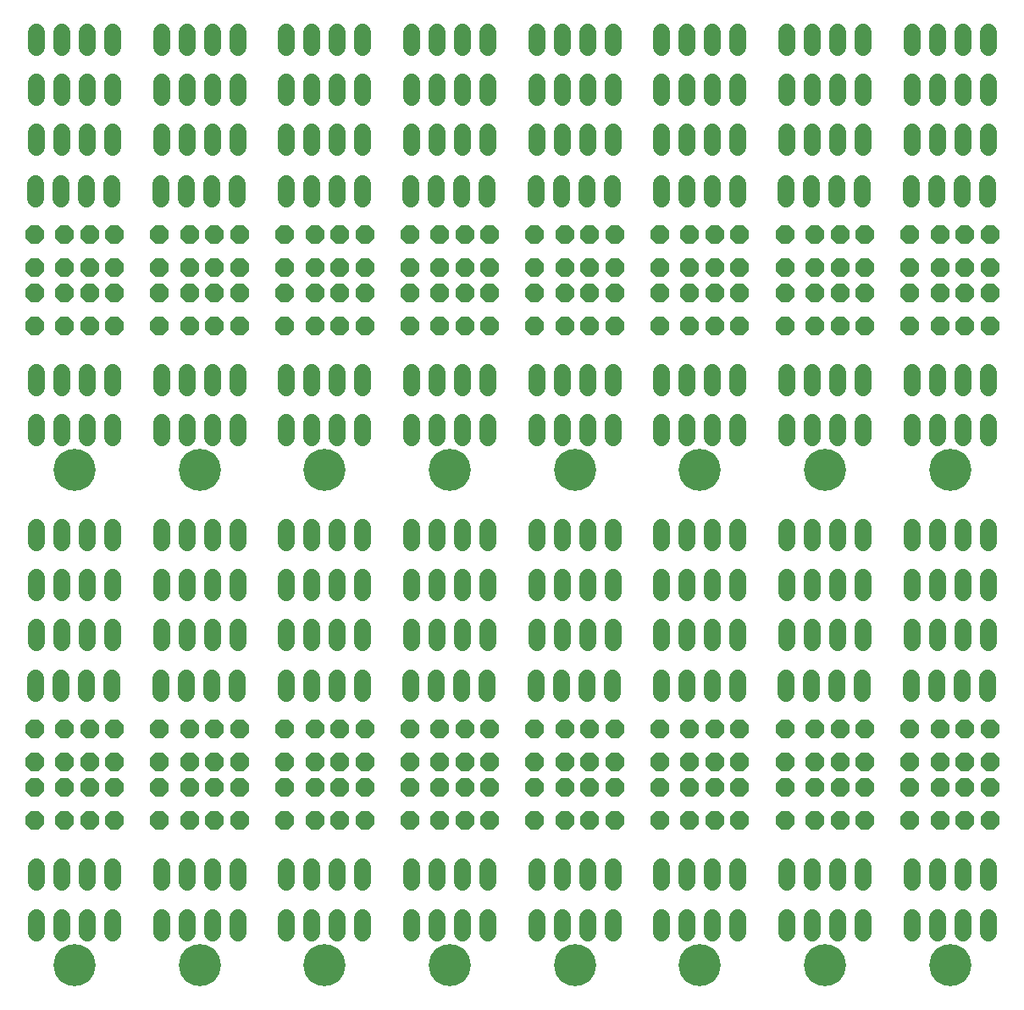
<source format=gts>
G75*
%MOIN*%
%OFA0B0*%
%FSLAX25Y25*%
%IPPOS*%
%LPD*%
%AMOC8*
5,1,8,0,0,1.08239X$1,22.5*
%
%ADD10C,0.16548*%
%ADD11OC8,0.07400*%
%ADD12C,0.06800*%
D10*
X0025122Y0015280D03*
X0074335Y0015280D03*
X0123547Y0015280D03*
X0172760Y0015280D03*
X0221972Y0015280D03*
X0271185Y0015280D03*
X0320398Y0015280D03*
X0369610Y0015280D03*
X0369610Y0210161D03*
X0320398Y0210161D03*
X0271185Y0210161D03*
X0221972Y0210161D03*
X0172760Y0210161D03*
X0123547Y0210161D03*
X0074335Y0210161D03*
X0025122Y0210161D03*
D11*
X0021185Y0266965D03*
X0031028Y0266965D03*
X0040870Y0266965D03*
X0040870Y0279965D03*
X0040870Y0289965D03*
X0031028Y0289965D03*
X0021185Y0289965D03*
X0021185Y0279965D03*
X0031028Y0279965D03*
X0009374Y0279965D03*
X0009374Y0289965D03*
X0009374Y0302965D03*
X0021185Y0302965D03*
X0031028Y0302965D03*
X0040870Y0302965D03*
X0058587Y0302965D03*
X0070398Y0302965D03*
X0080240Y0302965D03*
X0090083Y0302965D03*
X0090083Y0289965D03*
X0080240Y0289965D03*
X0080240Y0279965D03*
X0090083Y0279965D03*
X0090083Y0266965D03*
X0080240Y0266965D03*
X0070398Y0266965D03*
X0058587Y0266965D03*
X0058587Y0279965D03*
X0058587Y0289965D03*
X0070398Y0289965D03*
X0070398Y0279965D03*
X0107799Y0279965D03*
X0107799Y0289965D03*
X0119610Y0289965D03*
X0129453Y0289965D03*
X0129453Y0279965D03*
X0119610Y0279965D03*
X0119610Y0266965D03*
X0129453Y0266965D03*
X0139295Y0266965D03*
X0139295Y0279965D03*
X0139295Y0289965D03*
X0139295Y0302965D03*
X0129453Y0302965D03*
X0119610Y0302965D03*
X0107799Y0302965D03*
X0107799Y0266965D03*
X0157012Y0266965D03*
X0168823Y0266965D03*
X0178665Y0266965D03*
X0188508Y0266965D03*
X0188508Y0279965D03*
X0178665Y0279965D03*
X0178665Y0289965D03*
X0188508Y0289965D03*
X0188508Y0302965D03*
X0178665Y0302965D03*
X0168823Y0302965D03*
X0157012Y0302965D03*
X0157012Y0289965D03*
X0157012Y0279965D03*
X0168823Y0279965D03*
X0168823Y0289965D03*
X0206224Y0289965D03*
X0206224Y0279965D03*
X0218035Y0279965D03*
X0218035Y0289965D03*
X0227878Y0289965D03*
X0237720Y0289965D03*
X0237720Y0279965D03*
X0227878Y0279965D03*
X0227878Y0266965D03*
X0237720Y0266965D03*
X0255437Y0266965D03*
X0267248Y0266965D03*
X0277091Y0266965D03*
X0286933Y0266965D03*
X0286933Y0279965D03*
X0286933Y0289965D03*
X0277091Y0289965D03*
X0267248Y0289965D03*
X0267248Y0279965D03*
X0277091Y0279965D03*
X0255437Y0279965D03*
X0255437Y0289965D03*
X0255437Y0302965D03*
X0267248Y0302965D03*
X0277091Y0302965D03*
X0286933Y0302965D03*
X0304650Y0302965D03*
X0316461Y0302965D03*
X0326303Y0302965D03*
X0336146Y0302965D03*
X0336146Y0289965D03*
X0326303Y0289965D03*
X0326303Y0279965D03*
X0336146Y0279965D03*
X0336146Y0266965D03*
X0326303Y0266965D03*
X0316461Y0266965D03*
X0304650Y0266965D03*
X0304650Y0279965D03*
X0304650Y0289965D03*
X0316461Y0289965D03*
X0316461Y0279965D03*
X0353862Y0279965D03*
X0353862Y0289965D03*
X0365673Y0289965D03*
X0375516Y0289965D03*
X0375516Y0279965D03*
X0365673Y0279965D03*
X0365673Y0266965D03*
X0375516Y0266965D03*
X0385358Y0266965D03*
X0385358Y0279965D03*
X0385358Y0289965D03*
X0385358Y0302965D03*
X0375516Y0302965D03*
X0365673Y0302965D03*
X0353862Y0302965D03*
X0353862Y0266965D03*
X0237720Y0302965D03*
X0227878Y0302965D03*
X0218035Y0302965D03*
X0206224Y0302965D03*
X0206224Y0266965D03*
X0218035Y0266965D03*
X0218035Y0108083D03*
X0227878Y0108083D03*
X0237720Y0108083D03*
X0237720Y0095083D03*
X0227878Y0095083D03*
X0218035Y0095083D03*
X0218035Y0085083D03*
X0227878Y0085083D03*
X0237720Y0085083D03*
X0237720Y0072083D03*
X0227878Y0072083D03*
X0218035Y0072083D03*
X0206224Y0072083D03*
X0206224Y0085083D03*
X0206224Y0095083D03*
X0206224Y0108083D03*
X0188508Y0108083D03*
X0178665Y0108083D03*
X0168823Y0108083D03*
X0157012Y0108083D03*
X0157012Y0095083D03*
X0157012Y0085083D03*
X0168823Y0085083D03*
X0178665Y0085083D03*
X0188508Y0085083D03*
X0188508Y0095083D03*
X0178665Y0095083D03*
X0168823Y0095083D03*
X0168823Y0072083D03*
X0178665Y0072083D03*
X0188508Y0072083D03*
X0157012Y0072083D03*
X0139295Y0072083D03*
X0129453Y0072083D03*
X0119610Y0072083D03*
X0107799Y0072083D03*
X0107799Y0085083D03*
X0107799Y0095083D03*
X0119610Y0095083D03*
X0129453Y0095083D03*
X0139295Y0095083D03*
X0139295Y0085083D03*
X0129453Y0085083D03*
X0119610Y0085083D03*
X0119610Y0108083D03*
X0129453Y0108083D03*
X0139295Y0108083D03*
X0107799Y0108083D03*
X0090083Y0108083D03*
X0080240Y0108083D03*
X0070398Y0108083D03*
X0058587Y0108083D03*
X0058587Y0095083D03*
X0058587Y0085083D03*
X0070398Y0085083D03*
X0080240Y0085083D03*
X0090083Y0085083D03*
X0090083Y0095083D03*
X0080240Y0095083D03*
X0070398Y0095083D03*
X0070398Y0072083D03*
X0080240Y0072083D03*
X0090083Y0072083D03*
X0058587Y0072083D03*
X0040870Y0072083D03*
X0031028Y0072083D03*
X0021185Y0072083D03*
X0009374Y0072083D03*
X0009374Y0085083D03*
X0009374Y0095083D03*
X0021185Y0095083D03*
X0031028Y0095083D03*
X0040870Y0095083D03*
X0040870Y0085083D03*
X0031028Y0085083D03*
X0021185Y0085083D03*
X0021185Y0108083D03*
X0031028Y0108083D03*
X0040870Y0108083D03*
X0009374Y0108083D03*
X0009374Y0266965D03*
X0255437Y0108083D03*
X0267248Y0108083D03*
X0277091Y0108083D03*
X0286933Y0108083D03*
X0286933Y0095083D03*
X0277091Y0095083D03*
X0267248Y0095083D03*
X0267248Y0085083D03*
X0277091Y0085083D03*
X0286933Y0085083D03*
X0286933Y0072083D03*
X0277091Y0072083D03*
X0267248Y0072083D03*
X0255437Y0072083D03*
X0255437Y0085083D03*
X0255437Y0095083D03*
X0304650Y0095083D03*
X0304650Y0085083D03*
X0316461Y0085083D03*
X0326303Y0085083D03*
X0336146Y0085083D03*
X0336146Y0095083D03*
X0326303Y0095083D03*
X0316461Y0095083D03*
X0316461Y0108083D03*
X0326303Y0108083D03*
X0336146Y0108083D03*
X0353862Y0108083D03*
X0365673Y0108083D03*
X0375516Y0108083D03*
X0385358Y0108083D03*
X0385358Y0095083D03*
X0375516Y0095083D03*
X0365673Y0095083D03*
X0365673Y0085083D03*
X0375516Y0085083D03*
X0385358Y0085083D03*
X0385358Y0072083D03*
X0375516Y0072083D03*
X0365673Y0072083D03*
X0353862Y0072083D03*
X0353862Y0085083D03*
X0353862Y0095083D03*
X0336146Y0072083D03*
X0326303Y0072083D03*
X0316461Y0072083D03*
X0304650Y0072083D03*
X0304650Y0108083D03*
D12*
X0305201Y0122083D02*
X0305201Y0128083D01*
X0315201Y0128083D02*
X0315201Y0122083D01*
X0325201Y0122083D02*
X0325201Y0128083D01*
X0335201Y0128083D02*
X0335201Y0122083D01*
X0354413Y0122083D02*
X0354413Y0128083D01*
X0364413Y0128083D02*
X0364413Y0122083D01*
X0374413Y0122083D02*
X0374413Y0128083D01*
X0384413Y0128083D02*
X0384413Y0122083D01*
X0384610Y0142201D02*
X0384610Y0148201D01*
X0374610Y0148201D02*
X0374610Y0142201D01*
X0364610Y0142201D02*
X0364610Y0148201D01*
X0354610Y0148201D02*
X0354610Y0142201D01*
X0335398Y0142201D02*
X0335398Y0148201D01*
X0325398Y0148201D02*
X0325398Y0142201D01*
X0315398Y0142201D02*
X0315398Y0148201D01*
X0305398Y0148201D02*
X0305398Y0142201D01*
X0286185Y0142201D02*
X0286185Y0148201D01*
X0276185Y0148201D02*
X0276185Y0142201D01*
X0266185Y0142201D02*
X0266185Y0148201D01*
X0256185Y0148201D02*
X0256185Y0142201D01*
X0255988Y0128083D02*
X0255988Y0122083D01*
X0265988Y0122083D02*
X0265988Y0128083D01*
X0275988Y0128083D02*
X0275988Y0122083D01*
X0285988Y0122083D02*
X0285988Y0128083D01*
X0286185Y0161886D02*
X0286185Y0167886D01*
X0276185Y0167886D02*
X0276185Y0161886D01*
X0266185Y0161886D02*
X0266185Y0167886D01*
X0256185Y0167886D02*
X0256185Y0161886D01*
X0236972Y0161886D02*
X0236972Y0167886D01*
X0226972Y0167886D02*
X0226972Y0161886D01*
X0216972Y0161886D02*
X0216972Y0167886D01*
X0206972Y0167886D02*
X0206972Y0161886D01*
X0206972Y0148201D02*
X0206972Y0142201D01*
X0216972Y0142201D02*
X0216972Y0148201D01*
X0226972Y0148201D02*
X0226972Y0142201D01*
X0236972Y0142201D02*
X0236972Y0148201D01*
X0236776Y0128083D02*
X0236776Y0122083D01*
X0226776Y0122083D02*
X0226776Y0128083D01*
X0216776Y0128083D02*
X0216776Y0122083D01*
X0206776Y0122083D02*
X0206776Y0128083D01*
X0187563Y0128083D02*
X0187563Y0122083D01*
X0177563Y0122083D02*
X0177563Y0128083D01*
X0167563Y0128083D02*
X0167563Y0122083D01*
X0157563Y0122083D02*
X0157563Y0128083D01*
X0157760Y0142201D02*
X0157760Y0148201D01*
X0167760Y0148201D02*
X0167760Y0142201D01*
X0177760Y0142201D02*
X0177760Y0148201D01*
X0187760Y0148201D02*
X0187760Y0142201D01*
X0187760Y0161886D02*
X0187760Y0167886D01*
X0177760Y0167886D02*
X0177760Y0161886D01*
X0167760Y0161886D02*
X0167760Y0167886D01*
X0157760Y0167886D02*
X0157760Y0161886D01*
X0138547Y0161886D02*
X0138547Y0167886D01*
X0128547Y0167886D02*
X0128547Y0161886D01*
X0118547Y0161886D02*
X0118547Y0167886D01*
X0108547Y0167886D02*
X0108547Y0161886D01*
X0108547Y0148201D02*
X0108547Y0142201D01*
X0118547Y0142201D02*
X0118547Y0148201D01*
X0128547Y0148201D02*
X0128547Y0142201D01*
X0138547Y0142201D02*
X0138547Y0148201D01*
X0138350Y0128083D02*
X0138350Y0122083D01*
X0128350Y0122083D02*
X0128350Y0128083D01*
X0118350Y0128083D02*
X0118350Y0122083D01*
X0108350Y0122083D02*
X0108350Y0128083D01*
X0089138Y0128083D02*
X0089138Y0122083D01*
X0079138Y0122083D02*
X0079138Y0128083D01*
X0069138Y0128083D02*
X0069138Y0122083D01*
X0059138Y0122083D02*
X0059138Y0128083D01*
X0059335Y0142201D02*
X0059335Y0148201D01*
X0069335Y0148201D02*
X0069335Y0142201D01*
X0079335Y0142201D02*
X0079335Y0148201D01*
X0089335Y0148201D02*
X0089335Y0142201D01*
X0089335Y0161886D02*
X0089335Y0167886D01*
X0079335Y0167886D02*
X0079335Y0161886D01*
X0069335Y0161886D02*
X0069335Y0167886D01*
X0059335Y0167886D02*
X0059335Y0161886D01*
X0040122Y0161886D02*
X0040122Y0167886D01*
X0030122Y0167886D02*
X0030122Y0161886D01*
X0020122Y0161886D02*
X0020122Y0167886D01*
X0010122Y0167886D02*
X0010122Y0161886D01*
X0010122Y0148201D02*
X0010122Y0142201D01*
X0020122Y0142201D02*
X0020122Y0148201D01*
X0030122Y0148201D02*
X0030122Y0142201D01*
X0040122Y0142201D02*
X0040122Y0148201D01*
X0039925Y0128083D02*
X0039925Y0122083D01*
X0029925Y0122083D02*
X0029925Y0128083D01*
X0019925Y0128083D02*
X0019925Y0122083D01*
X0009925Y0122083D02*
X0009925Y0128083D01*
X0010122Y0181571D02*
X0010122Y0187571D01*
X0020122Y0187571D02*
X0020122Y0181571D01*
X0030122Y0181571D02*
X0030122Y0187571D01*
X0040122Y0187571D02*
X0040122Y0181571D01*
X0059335Y0181571D02*
X0059335Y0187571D01*
X0069335Y0187571D02*
X0069335Y0181571D01*
X0079335Y0181571D02*
X0079335Y0187571D01*
X0089335Y0187571D02*
X0089335Y0181571D01*
X0108547Y0181571D02*
X0108547Y0187571D01*
X0118547Y0187571D02*
X0118547Y0181571D01*
X0128547Y0181571D02*
X0128547Y0187571D01*
X0138547Y0187571D02*
X0138547Y0181571D01*
X0157760Y0181571D02*
X0157760Y0187571D01*
X0167760Y0187571D02*
X0167760Y0181571D01*
X0177760Y0181571D02*
X0177760Y0187571D01*
X0187760Y0187571D02*
X0187760Y0181571D01*
X0206972Y0181571D02*
X0206972Y0187571D01*
X0216972Y0187571D02*
X0216972Y0181571D01*
X0226972Y0181571D02*
X0226972Y0187571D01*
X0236972Y0187571D02*
X0236972Y0181571D01*
X0256185Y0181571D02*
X0256185Y0187571D01*
X0266185Y0187571D02*
X0266185Y0181571D01*
X0276185Y0181571D02*
X0276185Y0187571D01*
X0286185Y0187571D02*
X0286185Y0181571D01*
X0305398Y0181571D02*
X0305398Y0187571D01*
X0315398Y0187571D02*
X0315398Y0181571D01*
X0325398Y0181571D02*
X0325398Y0187571D01*
X0335398Y0187571D02*
X0335398Y0181571D01*
X0335398Y0167886D02*
X0335398Y0161886D01*
X0325398Y0161886D02*
X0325398Y0167886D01*
X0315398Y0167886D02*
X0315398Y0161886D01*
X0305398Y0161886D02*
X0305398Y0167886D01*
X0354610Y0167886D02*
X0354610Y0161886D01*
X0364610Y0161886D02*
X0364610Y0167886D01*
X0374610Y0167886D02*
X0374610Y0161886D01*
X0384610Y0161886D02*
X0384610Y0167886D01*
X0384610Y0181571D02*
X0384610Y0187571D01*
X0374610Y0187571D02*
X0374610Y0181571D01*
X0364610Y0181571D02*
X0364610Y0187571D01*
X0354610Y0187571D02*
X0354610Y0181571D01*
X0354610Y0222909D02*
X0354610Y0228909D01*
X0364610Y0228909D02*
X0364610Y0222909D01*
X0374610Y0222909D02*
X0374610Y0228909D01*
X0384610Y0228909D02*
X0384610Y0222909D01*
X0384610Y0242594D02*
X0384610Y0248594D01*
X0374610Y0248594D02*
X0374610Y0242594D01*
X0364610Y0242594D02*
X0364610Y0248594D01*
X0354610Y0248594D02*
X0354610Y0242594D01*
X0335398Y0242594D02*
X0335398Y0248594D01*
X0325398Y0248594D02*
X0325398Y0242594D01*
X0315398Y0242594D02*
X0315398Y0248594D01*
X0305398Y0248594D02*
X0305398Y0242594D01*
X0305398Y0228909D02*
X0305398Y0222909D01*
X0315398Y0222909D02*
X0315398Y0228909D01*
X0325398Y0228909D02*
X0325398Y0222909D01*
X0335398Y0222909D02*
X0335398Y0228909D01*
X0286185Y0228909D02*
X0286185Y0222909D01*
X0276185Y0222909D02*
X0276185Y0228909D01*
X0266185Y0228909D02*
X0266185Y0222909D01*
X0256185Y0222909D02*
X0256185Y0228909D01*
X0256185Y0242594D02*
X0256185Y0248594D01*
X0266185Y0248594D02*
X0266185Y0242594D01*
X0276185Y0242594D02*
X0276185Y0248594D01*
X0286185Y0248594D02*
X0286185Y0242594D01*
X0236972Y0242594D02*
X0236972Y0248594D01*
X0226972Y0248594D02*
X0226972Y0242594D01*
X0216972Y0242594D02*
X0216972Y0248594D01*
X0206972Y0248594D02*
X0206972Y0242594D01*
X0206972Y0228909D02*
X0206972Y0222909D01*
X0216972Y0222909D02*
X0216972Y0228909D01*
X0226972Y0228909D02*
X0226972Y0222909D01*
X0236972Y0222909D02*
X0236972Y0228909D01*
X0187760Y0228909D02*
X0187760Y0222909D01*
X0177760Y0222909D02*
X0177760Y0228909D01*
X0167760Y0228909D02*
X0167760Y0222909D01*
X0157760Y0222909D02*
X0157760Y0228909D01*
X0157760Y0242594D02*
X0157760Y0248594D01*
X0167760Y0248594D02*
X0167760Y0242594D01*
X0177760Y0242594D02*
X0177760Y0248594D01*
X0187760Y0248594D02*
X0187760Y0242594D01*
X0138547Y0242594D02*
X0138547Y0248594D01*
X0128547Y0248594D02*
X0128547Y0242594D01*
X0118547Y0242594D02*
X0118547Y0248594D01*
X0108547Y0248594D02*
X0108547Y0242594D01*
X0108547Y0228909D02*
X0108547Y0222909D01*
X0118547Y0222909D02*
X0118547Y0228909D01*
X0128547Y0228909D02*
X0128547Y0222909D01*
X0138547Y0222909D02*
X0138547Y0228909D01*
X0089335Y0228909D02*
X0089335Y0222909D01*
X0079335Y0222909D02*
X0079335Y0228909D01*
X0069335Y0228909D02*
X0069335Y0222909D01*
X0059335Y0222909D02*
X0059335Y0228909D01*
X0059335Y0242594D02*
X0059335Y0248594D01*
X0069335Y0248594D02*
X0069335Y0242594D01*
X0079335Y0242594D02*
X0079335Y0248594D01*
X0089335Y0248594D02*
X0089335Y0242594D01*
X0040122Y0242594D02*
X0040122Y0248594D01*
X0030122Y0248594D02*
X0030122Y0242594D01*
X0020122Y0242594D02*
X0020122Y0248594D01*
X0010122Y0248594D02*
X0010122Y0242594D01*
X0010122Y0228909D02*
X0010122Y0222909D01*
X0020122Y0222909D02*
X0020122Y0228909D01*
X0030122Y0228909D02*
X0030122Y0222909D01*
X0040122Y0222909D02*
X0040122Y0228909D01*
X0039925Y0316965D02*
X0039925Y0322965D01*
X0029925Y0322965D02*
X0029925Y0316965D01*
X0019925Y0316965D02*
X0019925Y0322965D01*
X0009925Y0322965D02*
X0009925Y0316965D01*
X0010122Y0337083D02*
X0010122Y0343083D01*
X0020122Y0343083D02*
X0020122Y0337083D01*
X0030122Y0337083D02*
X0030122Y0343083D01*
X0040122Y0343083D02*
X0040122Y0337083D01*
X0059335Y0337083D02*
X0059335Y0343083D01*
X0069335Y0343083D02*
X0069335Y0337083D01*
X0079335Y0337083D02*
X0079335Y0343083D01*
X0089335Y0343083D02*
X0089335Y0337083D01*
X0089138Y0322965D02*
X0089138Y0316965D01*
X0079138Y0316965D02*
X0079138Y0322965D01*
X0069138Y0322965D02*
X0069138Y0316965D01*
X0059138Y0316965D02*
X0059138Y0322965D01*
X0059335Y0356768D02*
X0059335Y0362768D01*
X0069335Y0362768D02*
X0069335Y0356768D01*
X0079335Y0356768D02*
X0079335Y0362768D01*
X0089335Y0362768D02*
X0089335Y0356768D01*
X0108547Y0356768D02*
X0108547Y0362768D01*
X0118547Y0362768D02*
X0118547Y0356768D01*
X0128547Y0356768D02*
X0128547Y0362768D01*
X0138547Y0362768D02*
X0138547Y0356768D01*
X0138547Y0343083D02*
X0138547Y0337083D01*
X0128547Y0337083D02*
X0128547Y0343083D01*
X0118547Y0343083D02*
X0118547Y0337083D01*
X0108547Y0337083D02*
X0108547Y0343083D01*
X0108350Y0322965D02*
X0108350Y0316965D01*
X0118350Y0316965D02*
X0118350Y0322965D01*
X0128350Y0322965D02*
X0128350Y0316965D01*
X0138350Y0316965D02*
X0138350Y0322965D01*
X0157563Y0322965D02*
X0157563Y0316965D01*
X0167563Y0316965D02*
X0167563Y0322965D01*
X0177563Y0322965D02*
X0177563Y0316965D01*
X0187563Y0316965D02*
X0187563Y0322965D01*
X0187760Y0337083D02*
X0187760Y0343083D01*
X0177760Y0343083D02*
X0177760Y0337083D01*
X0167760Y0337083D02*
X0167760Y0343083D01*
X0157760Y0343083D02*
X0157760Y0337083D01*
X0157760Y0356768D02*
X0157760Y0362768D01*
X0167760Y0362768D02*
X0167760Y0356768D01*
X0177760Y0356768D02*
X0177760Y0362768D01*
X0187760Y0362768D02*
X0187760Y0356768D01*
X0206972Y0356768D02*
X0206972Y0362768D01*
X0216972Y0362768D02*
X0216972Y0356768D01*
X0226972Y0356768D02*
X0226972Y0362768D01*
X0236972Y0362768D02*
X0236972Y0356768D01*
X0236972Y0343083D02*
X0236972Y0337083D01*
X0226972Y0337083D02*
X0226972Y0343083D01*
X0216972Y0343083D02*
X0216972Y0337083D01*
X0206972Y0337083D02*
X0206972Y0343083D01*
X0206776Y0322965D02*
X0206776Y0316965D01*
X0216776Y0316965D02*
X0216776Y0322965D01*
X0226776Y0322965D02*
X0226776Y0316965D01*
X0236776Y0316965D02*
X0236776Y0322965D01*
X0255988Y0322965D02*
X0255988Y0316965D01*
X0265988Y0316965D02*
X0265988Y0322965D01*
X0275988Y0322965D02*
X0275988Y0316965D01*
X0285988Y0316965D02*
X0285988Y0322965D01*
X0286185Y0337083D02*
X0286185Y0343083D01*
X0276185Y0343083D02*
X0276185Y0337083D01*
X0266185Y0337083D02*
X0266185Y0343083D01*
X0256185Y0343083D02*
X0256185Y0337083D01*
X0256185Y0356768D02*
X0256185Y0362768D01*
X0266185Y0362768D02*
X0266185Y0356768D01*
X0276185Y0356768D02*
X0276185Y0362768D01*
X0286185Y0362768D02*
X0286185Y0356768D01*
X0305398Y0356768D02*
X0305398Y0362768D01*
X0315398Y0362768D02*
X0315398Y0356768D01*
X0325398Y0356768D02*
X0325398Y0362768D01*
X0335398Y0362768D02*
X0335398Y0356768D01*
X0335398Y0343083D02*
X0335398Y0337083D01*
X0325398Y0337083D02*
X0325398Y0343083D01*
X0315398Y0343083D02*
X0315398Y0337083D01*
X0305398Y0337083D02*
X0305398Y0343083D01*
X0305201Y0322965D02*
X0305201Y0316965D01*
X0315201Y0316965D02*
X0315201Y0322965D01*
X0325201Y0322965D02*
X0325201Y0316965D01*
X0335201Y0316965D02*
X0335201Y0322965D01*
X0354413Y0322965D02*
X0354413Y0316965D01*
X0364413Y0316965D02*
X0364413Y0322965D01*
X0374413Y0322965D02*
X0374413Y0316965D01*
X0384413Y0316965D02*
X0384413Y0322965D01*
X0384610Y0337083D02*
X0384610Y0343083D01*
X0374610Y0343083D02*
X0374610Y0337083D01*
X0364610Y0337083D02*
X0364610Y0343083D01*
X0354610Y0343083D02*
X0354610Y0337083D01*
X0354610Y0356768D02*
X0354610Y0362768D01*
X0364610Y0362768D02*
X0364610Y0356768D01*
X0374610Y0356768D02*
X0374610Y0362768D01*
X0384610Y0362768D02*
X0384610Y0356768D01*
X0384610Y0376453D02*
X0384610Y0382453D01*
X0374610Y0382453D02*
X0374610Y0376453D01*
X0364610Y0376453D02*
X0364610Y0382453D01*
X0354610Y0382453D02*
X0354610Y0376453D01*
X0335398Y0376453D02*
X0335398Y0382453D01*
X0325398Y0382453D02*
X0325398Y0376453D01*
X0315398Y0376453D02*
X0315398Y0382453D01*
X0305398Y0382453D02*
X0305398Y0376453D01*
X0286185Y0376453D02*
X0286185Y0382453D01*
X0276185Y0382453D02*
X0276185Y0376453D01*
X0266185Y0376453D02*
X0266185Y0382453D01*
X0256185Y0382453D02*
X0256185Y0376453D01*
X0236972Y0376453D02*
X0236972Y0382453D01*
X0226972Y0382453D02*
X0226972Y0376453D01*
X0216972Y0376453D02*
X0216972Y0382453D01*
X0206972Y0382453D02*
X0206972Y0376453D01*
X0187760Y0376453D02*
X0187760Y0382453D01*
X0177760Y0382453D02*
X0177760Y0376453D01*
X0167760Y0376453D02*
X0167760Y0382453D01*
X0157760Y0382453D02*
X0157760Y0376453D01*
X0138547Y0376453D02*
X0138547Y0382453D01*
X0128547Y0382453D02*
X0128547Y0376453D01*
X0118547Y0376453D02*
X0118547Y0382453D01*
X0108547Y0382453D02*
X0108547Y0376453D01*
X0089335Y0376453D02*
X0089335Y0382453D01*
X0079335Y0382453D02*
X0079335Y0376453D01*
X0069335Y0376453D02*
X0069335Y0382453D01*
X0059335Y0382453D02*
X0059335Y0376453D01*
X0040122Y0376453D02*
X0040122Y0382453D01*
X0030122Y0382453D02*
X0030122Y0376453D01*
X0020122Y0376453D02*
X0020122Y0382453D01*
X0010122Y0382453D02*
X0010122Y0376453D01*
X0010122Y0362768D02*
X0010122Y0356768D01*
X0020122Y0356768D02*
X0020122Y0362768D01*
X0030122Y0362768D02*
X0030122Y0356768D01*
X0040122Y0356768D02*
X0040122Y0362768D01*
X0040122Y0053713D02*
X0040122Y0047713D01*
X0030122Y0047713D02*
X0030122Y0053713D01*
X0020122Y0053713D02*
X0020122Y0047713D01*
X0010122Y0047713D02*
X0010122Y0053713D01*
X0010122Y0034028D02*
X0010122Y0028028D01*
X0020122Y0028028D02*
X0020122Y0034028D01*
X0030122Y0034028D02*
X0030122Y0028028D01*
X0040122Y0028028D02*
X0040122Y0034028D01*
X0059335Y0034028D02*
X0059335Y0028028D01*
X0069335Y0028028D02*
X0069335Y0034028D01*
X0079335Y0034028D02*
X0079335Y0028028D01*
X0089335Y0028028D02*
X0089335Y0034028D01*
X0089335Y0047713D02*
X0089335Y0053713D01*
X0079335Y0053713D02*
X0079335Y0047713D01*
X0069335Y0047713D02*
X0069335Y0053713D01*
X0059335Y0053713D02*
X0059335Y0047713D01*
X0108547Y0047713D02*
X0108547Y0053713D01*
X0118547Y0053713D02*
X0118547Y0047713D01*
X0128547Y0047713D02*
X0128547Y0053713D01*
X0138547Y0053713D02*
X0138547Y0047713D01*
X0138547Y0034028D02*
X0138547Y0028028D01*
X0128547Y0028028D02*
X0128547Y0034028D01*
X0118547Y0034028D02*
X0118547Y0028028D01*
X0108547Y0028028D02*
X0108547Y0034028D01*
X0157760Y0034028D02*
X0157760Y0028028D01*
X0167760Y0028028D02*
X0167760Y0034028D01*
X0177760Y0034028D02*
X0177760Y0028028D01*
X0187760Y0028028D02*
X0187760Y0034028D01*
X0187760Y0047713D02*
X0187760Y0053713D01*
X0177760Y0053713D02*
X0177760Y0047713D01*
X0167760Y0047713D02*
X0167760Y0053713D01*
X0157760Y0053713D02*
X0157760Y0047713D01*
X0206972Y0047713D02*
X0206972Y0053713D01*
X0216972Y0053713D02*
X0216972Y0047713D01*
X0226972Y0047713D02*
X0226972Y0053713D01*
X0236972Y0053713D02*
X0236972Y0047713D01*
X0236972Y0034028D02*
X0236972Y0028028D01*
X0226972Y0028028D02*
X0226972Y0034028D01*
X0216972Y0034028D02*
X0216972Y0028028D01*
X0206972Y0028028D02*
X0206972Y0034028D01*
X0256185Y0034028D02*
X0256185Y0028028D01*
X0266185Y0028028D02*
X0266185Y0034028D01*
X0276185Y0034028D02*
X0276185Y0028028D01*
X0286185Y0028028D02*
X0286185Y0034028D01*
X0286185Y0047713D02*
X0286185Y0053713D01*
X0276185Y0053713D02*
X0276185Y0047713D01*
X0266185Y0047713D02*
X0266185Y0053713D01*
X0256185Y0053713D02*
X0256185Y0047713D01*
X0305398Y0047713D02*
X0305398Y0053713D01*
X0315398Y0053713D02*
X0315398Y0047713D01*
X0325398Y0047713D02*
X0325398Y0053713D01*
X0335398Y0053713D02*
X0335398Y0047713D01*
X0335398Y0034028D02*
X0335398Y0028028D01*
X0325398Y0028028D02*
X0325398Y0034028D01*
X0315398Y0034028D02*
X0315398Y0028028D01*
X0305398Y0028028D02*
X0305398Y0034028D01*
X0354610Y0034028D02*
X0354610Y0028028D01*
X0364610Y0028028D02*
X0364610Y0034028D01*
X0374610Y0034028D02*
X0374610Y0028028D01*
X0384610Y0028028D02*
X0384610Y0034028D01*
X0384610Y0047713D02*
X0384610Y0053713D01*
X0374610Y0053713D02*
X0374610Y0047713D01*
X0364610Y0047713D02*
X0364610Y0053713D01*
X0354610Y0053713D02*
X0354610Y0047713D01*
M02*

</source>
